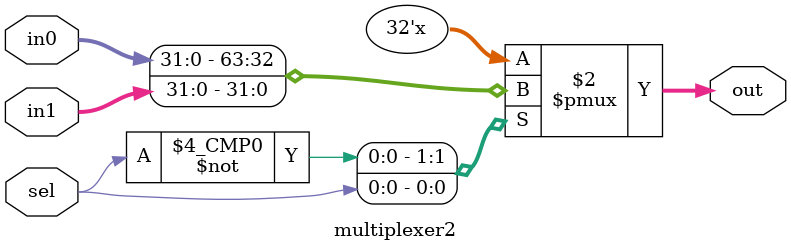
<source format=sv>

`ifndef MULTIPLEXER2_H
`define MULTIPLEXER2_H

`include "config.sv"
`include "constants.sv"
`include "metron_tools.sv"

module multiplexer2
#(parameter int WIDTH = 32)
(
  // input signals
  input logic[WIDTH-1:0] in0,
  input logic[WIDTH-1:0] in1,
  input logic sel,
  // output signals
  output logic[WIDTH-1:0] out
);
 /*public:*/

  always_comb begin : tock
    case (sel)
      0:
        out = in0;
      1:
        out = in1;
      default:
        out = WIDTH'(1'bx);
    endcase
  end
endmodule

`endif // MULTIPLEXER2_H

</source>
